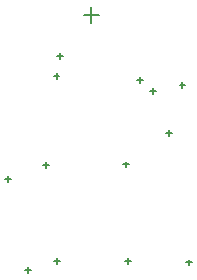
<source format=gbr>
%TF.GenerationSoftware,Altium Limited,Altium Designer,18.1.9 (240)*%
G04 Layer_Color=128*
%FSLAX45Y45*%
%MOMM*%
%TF.FileFunction,Drillmap*%
%TF.Part,Single*%
G01*
G75*
%TA.AperFunction,NonConductor*%
%ADD41C,0.12700*%
D41*
X1155058Y1295063D02*
X1205058D01*
X1180058Y1270063D02*
Y1320063D01*
X1275000Y2010000D02*
X1325000D01*
X1300000Y1985000D02*
Y2035000D01*
X567500Y2042500D02*
X617500D01*
X592500Y2017500D02*
Y2067500D01*
X1687580Y465080D02*
X1737580D01*
X1712580Y440080D02*
Y490080D01*
X325000Y404687D02*
X375000D01*
X350000Y379687D02*
Y429687D01*
X597660Y2210000D02*
X647660D01*
X622660Y2185000D02*
Y2235000D01*
X1633760Y1970000D02*
X1683760D01*
X1658760Y1945000D02*
Y1995000D01*
X1382500Y1920000D02*
X1432500D01*
X1407500Y1895000D02*
Y1945000D01*
X1522500Y1560000D02*
X1572500D01*
X1547500Y1535000D02*
Y1585000D01*
X480000Y1287500D02*
X530000D01*
X505000Y1262500D02*
Y1312500D01*
X160000Y1172500D02*
X210000D01*
X185000Y1147500D02*
Y1197500D01*
X1172660Y475160D02*
X1222660D01*
X1197660Y450160D02*
Y500160D01*
X569180Y475160D02*
X619180D01*
X594180Y450160D02*
Y500160D01*
X822500Y2560000D02*
X952500D01*
X887500Y2495000D02*
Y2625000D01*
%TF.MD5,5d65684112a9fefb5f98f4ba4c8ba772*%
M02*

</source>
